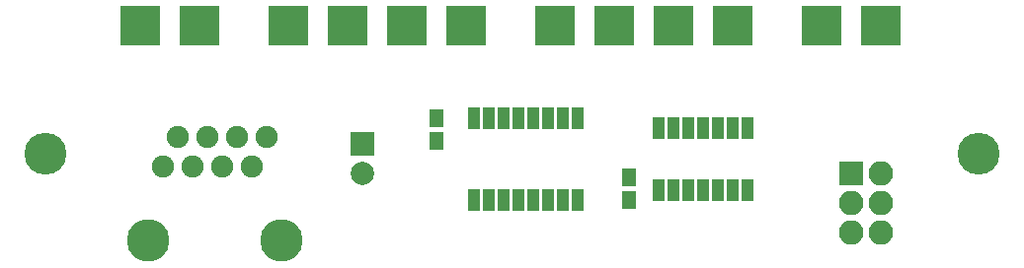
<source format=gts>
G04 #@! TF.FileFunction,Soldermask,Top*
%FSLAX46Y46*%
G04 Gerber Fmt 4.6, Leading zero omitted, Abs format (unit mm)*
G04 Created by KiCad (PCBNEW 4.0.7-e2-6376~58~ubuntu17.04.1) date Mon Oct 30 22:15:39 2017*
%MOMM*%
%LPD*%
G01*
G04 APERTURE LIST*
%ADD10C,0.100000*%
%ADD11R,2.000000X2.000000*%
%ADD12C,2.000000*%
%ADD13R,1.150000X1.600000*%
%ADD14R,3.400000X3.400000*%
%ADD15C,3.650000*%
%ADD16C,1.900000*%
%ADD17R,2.100000X2.100000*%
%ADD18O,2.100000X2.100000*%
%ADD19R,1.000000X1.900000*%
%ADD20C,3.600000*%
G04 APERTURE END LIST*
D10*
D11*
X139700000Y-109220000D03*
D12*
X139700000Y-111720000D03*
D13*
X162560000Y-113980000D03*
X162560000Y-112080000D03*
D14*
X133350000Y-99060000D03*
X138430000Y-99060000D03*
X143510000Y-99060000D03*
X148590000Y-99060000D03*
X179070000Y-99060000D03*
X184150000Y-99060000D03*
X166370000Y-99060000D03*
X161290000Y-99060000D03*
D15*
X132715000Y-117475000D03*
X121285000Y-117475000D03*
D16*
X131445000Y-108585000D03*
X130175000Y-111125000D03*
X128905000Y-108585000D03*
X127635000Y-111125000D03*
X126365000Y-108585000D03*
X125095000Y-111125000D03*
X123825000Y-108585000D03*
X122555000Y-111125000D03*
D14*
X156210000Y-99060000D03*
X171450000Y-99060000D03*
X120650000Y-99060000D03*
X125730000Y-99060000D03*
D17*
X181610000Y-111760000D03*
D18*
X184150000Y-111760000D03*
X181610000Y-114300000D03*
X184150000Y-114300000D03*
X181610000Y-116840000D03*
X184150000Y-116840000D03*
D19*
X165100000Y-113190000D03*
X166370000Y-113190000D03*
X167640000Y-113190000D03*
X168910000Y-113190000D03*
X170180000Y-113190000D03*
X171450000Y-113190000D03*
X172720000Y-113190000D03*
X172720000Y-107790000D03*
X171450000Y-107790000D03*
X170180000Y-107790000D03*
X168910000Y-107790000D03*
X167640000Y-107790000D03*
X166370000Y-107790000D03*
X165100000Y-107790000D03*
X149225000Y-114040000D03*
X150495000Y-114040000D03*
X151765000Y-114040000D03*
X153035000Y-114040000D03*
X154305000Y-114040000D03*
X155575000Y-114040000D03*
X156845000Y-114040000D03*
X158115000Y-114040000D03*
X158115000Y-106940000D03*
X156845000Y-106940000D03*
X155575000Y-106940000D03*
X154305000Y-106940000D03*
X153035000Y-106940000D03*
X151765000Y-106940000D03*
X150495000Y-106940000D03*
X149225000Y-106940000D03*
D13*
X146050000Y-107000000D03*
X146050000Y-108900000D03*
D20*
X192500000Y-110000000D03*
X112500000Y-110000000D03*
M02*

</source>
